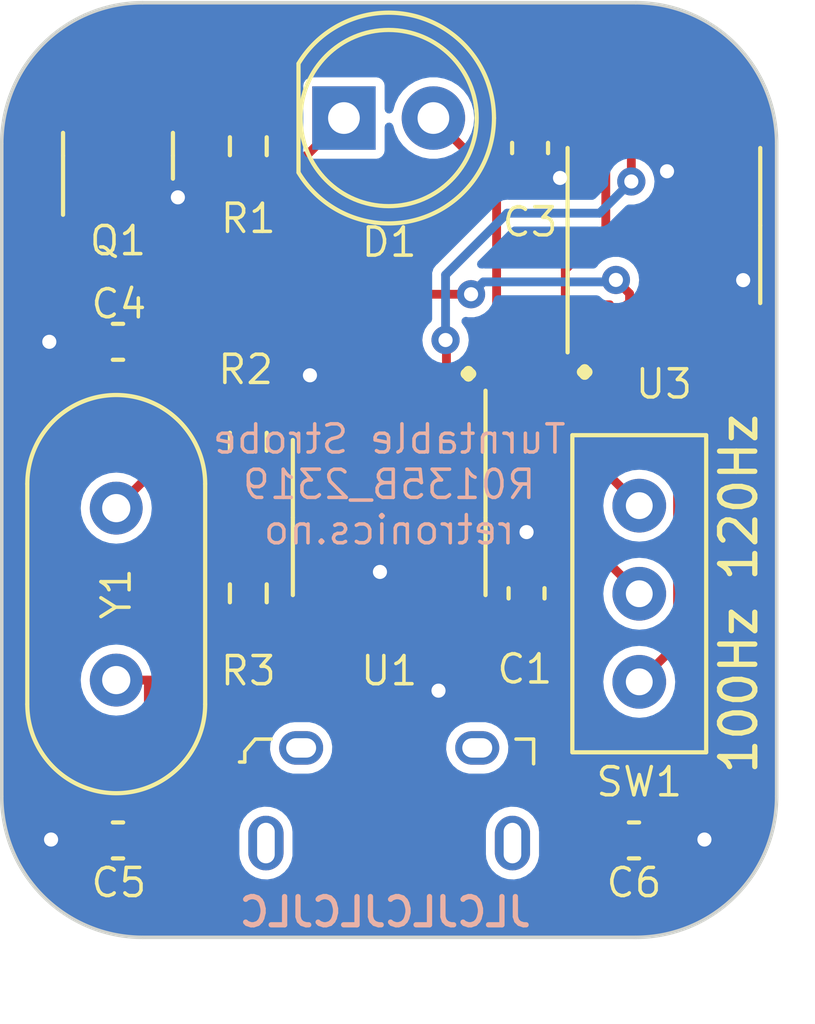
<source format=kicad_pcb>
(kicad_pcb (version 20221018) (generator pcbnew)
  (layers (0 "F.Cu" signal) (31 "B.Cu" signal) (34 "B.Paste" user) (35 "F.Paste" user) (36 "B.SilkS" user "B.Silkscreen") (37 "F.SilkS" user "F.Silkscreen") (38 "B.Mask" user) (39 "F.Mask" user) (44 "Edge.Cuts" user))
  (net 0 "")
  (net 1 "GND")
  (net 2 "+5V")
  (net 3 "Net-(C4-Pad2)")
  (net 4 "Net-(U1-Osc_Out_1)")
  (net 5 "Net-(D1-K)")
  (net 9 "Net-(Q1-G)")
  (net 10 "Net-(U1-Osc_In)")
  (net 11 "Net-(SW1-A)")
  (net 12 "Net-(SW1-B)")
  (net 13 "Net-(SW1-C)")
  (net 15 "Net-(U1-Q13)")
  (net 33 "Net-(Q1-D)")
  (footprint "Resistor_SMD:R_0603_1608Metric_Pad0.98x0.95mm_HandSolder" (layer "F.Cu") (at 89 88.9375 -90)
    (fp_text reference "R2" (at -2.05 0.075 180) (layer "F.SilkS") (effects (font (size 0.8 0.8) (thickness 0.1))))
    (fp_text value "220Ω")
    (fp_line (start -0.254724 -0.5225) (end 0.254724 -0.5225) (stroke (width 0.12)) (layer "F.SilkS"))
    (fp_line (start -0.254724 0.5225) (end 0.254724 0.5225) (stroke (width 0.12)) (layer "F.SilkS"))
    (pad "1" smd roundrect (at -0.9125 0 270) (size 0.975 0.95) (layers "F.Cu" "F.Paste" "F.Mask") (net 10 "Net-(U1-Osc_In)"))
    (pad "2" smd roundrect (at 0.9125 0 270) (size 0.975 0.95) (layers "F.Cu" "F.Paste" "F.Mask") (net 3 "Net-(C4-Pad2)"))
  )
  (footprint "myDevices:Slide_switch_THT_SPDT" (layer "F.Cu") (at 100.1 95.75 90)
    (fp_text reference "SW1" (at -2.84 0 180) (layer "F.SilkS") (effects (font (size 0.8 0.8) (thickness 0.1))))
    (fp_text value "SW_SPDT")
    (fp_line (start -2 -1.9) (end -2 1.9) (stroke (width 0.12)) (layer "F.SilkS"))
    (fp_line (start -2 -1.9) (end 7 -1.9) (stroke (width 0.12)) (layer "F.SilkS"))
    (fp_line (start -2 1.9) (end 7 1.9) (stroke (width 0.12)) (layer "F.SilkS"))
    (fp_line (start 7 -1.9) (end 7 1.9) (stroke (width 0.12)) (layer "F.SilkS"))
    (pad "1" thru_hole circle (at 0 0 90) (size 1.524 1.524) (drill 0.762) (layers "*.Cu" "*.Mask") (net 11 "Net-(SW1-A)"))
    (pad "2" thru_hole circle (at 2.5 0 90) (size 1.524 1.524) (drill 0.762) (layers "*.Cu" "*.Mask") (net 12 "Net-(SW1-B)"))
    (pad "3" thru_hole circle (at 5 0 90) (size 1.524 1.524) (drill 0.762) (layers "*.Cu" "*.Mask") (net 13 "Net-(SW1-C)"))
  )
  (footprint "Crystal:Crystal_HC49-U_Vertical" (layer "F.Cu") (at 85.25 95.7 90)
    (fp_text reference "Y1" (at 2.45 0 90) (layer "F.SilkS") (effects (font (size 0.8 0.8) (thickness 0.1))))
    (fp_text value "4.9152MHz")
    (fp_line (start -0.685 -2.525) (end 5.565 -2.525) (stroke (width 0.12)) (layer "F.SilkS"))
    (fp_line (start -0.685 2.525) (end 5.565 2.525) (stroke (width 0.12)) (layer "F.SilkS"))
    (fp_arc (start -0.685 2.525) (mid -3.21 0) (end -0.685 -2.525) (stroke (width 0.12)) (layer "F.SilkS"))
    (fp_arc (start 5.565 -2.525) (mid 8.09 0) (end 5.565 2.525) (stroke (width 0.12)) (layer "F.SilkS"))
    (pad "1" thru_hole circle locked (at 0 0 90) (size 1.5 1.5) (drill 0.8) (layers "*.Cu" "*.Mask") (net 4 "Net-(U1-Osc_Out_1)"))
    (pad "2" thru_hole circle locked (at 4.88 0 90) (size 1.5 1.5) (drill 0.8) (layers "*.Cu" "*.Mask") (net 3 "Net-(C4-Pad2)"))
  )
  (footprint "Capacitor_SMD:C_0603_1608Metric_Pad1.08x0.95mm_HandSolder" (layer "F.Cu") (at 85.3 100.25)
    (fp_text reference "C5" (at 0.025 1.2) (layer "F.SilkS") (effects (font (size 0.8 0.8) (thickness 0.1))))
    (fp_text value "33pF")
    (fp_line (start -0.146267 -0.51) (end 0.146267 -0.51) (stroke (width 0.12)) (layer "F.SilkS"))
    (fp_line (start -0.146267 0.51) (end 0.146267 0.51) (stroke (width 0.12)) (layer "F.SilkS"))
    (pad "1" smd roundrect (at -0.8625 0) (size 1.075 0.95) (layers "F.Cu" "F.Paste" "F.Mask") (net 1 "GND"))
    (pad "2" smd roundrect (at 0.8625 0) (size 1.075 0.95) (layers "F.Cu" "F.Paste" "F.Mask") (net 4 "Net-(U1-Osc_Out_1)"))
  )
  (footprint "Package_SO:TSSOP-16_4.4x5mm_P0.65mm" (layer "F.Cu") (at 93 91.0875 -90)
    (fp_text reference "U1" (at 4.35 0) (layer "F.SilkS") (effects (font (size 0.8 0.8) (thickness 0.1))))
    (fp_text value "MC74HC4060")
    (fp_line (start 0 -2.735) (end -3.6 -2.735) (stroke (width 0.12)) (layer "F.SilkS"))
    (fp_line (start 0 -2.735) (end 2.2 -2.735) (stroke (width 0.12)) (layer "F.SilkS"))
    (fp_line (start 0 2.735) (end -2.2 2.735) (stroke (width 0.12)) (layer "F.SilkS"))
    (fp_line (start 0 2.735) (end 2.2 2.735) (stroke (width 0.12)) (layer "F.SilkS"))
    (pad "1" smd roundrect (at -2.8625 -2.275 270) (size 1.475 0.4) (layers "F.Cu" "F.Paste" "F.Mask"))
    (pad "2" smd roundrect (at -2.8625 -1.625 270) (size 1.475 0.4) (layers "F.Cu" "F.Paste" "F.Mask") (net 15 "Net-(U1-Q13)"))
    (pad "3" smd roundrect (at -2.8625 -0.975 270) (size 1.475 0.4) (layers "F.Cu" "F.Paste" "F.Mask"))
    (pad "4" smd roundrect (at -2.8625 -0.325 270) (size 1.475 0.4) (layers "F.Cu" "F.Paste" "F.Mask"))
    (pad "5" smd roundrect (at -2.8625 0.325 270) (size 1.475 0.4) (layers "F.Cu" "F.Paste" "F.Mask"))
    (pad "6" smd roundrect (at -2.8625 0.975 270) (size 1.475 0.4) (layers "F.Cu" "F.Paste" "F.Mask"))
    (pad "7" smd roundrect (at -2.8625 1.625 270) (size 1.475 0.4) (layers "F.Cu" "F.Paste" "F.Mask"))
    (pad "8" smd roundrect (at -2.8625 2.275 270) (size 1.475 0.4) (layers "F.Cu" "F.Paste" "F.Mask") (net 1 "GND"))
    (pad "9" smd roundrect (at 2.8625 2.275 270) (size 1.475 0.4) (layers "F.Cu" "F.Paste" "F.Mask"))
    (pad "10" smd roundrect (at 2.8625 1.625 270) (size 1.475 0.4) (layers "F.Cu" "F.Paste" "F.Mask") (net 4 "Net-(U1-Osc_Out_1)"))
    (pad "11" smd roundrect (at 2.8625 0.975 270) (size 1.475 0.4) (layers "F.Cu" "F.Paste" "F.Mask") (net 10 "Net-(U1-Osc_In)"))
    (pad "12" smd roundrect (at 2.8625 0.325 270) (size 1.475 0.4) (layers "F.Cu" "F.Paste" "F.Mask") (net 1 "GND"))
    (pad "13" smd roundrect (at 2.8625 -0.325 270) (size 1.475 0.4) (layers "F.Cu" "F.Paste" "F.Mask"))
    (pad "14" smd roundrect (at 2.8625 -0.975 270) (size 1.475 0.4) (layers "F.Cu" "F.Paste" "F.Mask"))
    (pad "15" smd roundrect (at 2.8625 -1.625 270) (size 1.475 0.4) (layers "F.Cu" "F.Paste" "F.Mask"))
    (pad "16" smd roundrect (at 2.8625 -2.275 270) (size 1.475 0.4) (layers "F.Cu" "F.Paste" "F.Mask") (net 2 "+5V"))
  )
  (footprint "digikey-footprints:USB_Micro_B_Female_10118194-0001LF" (layer "F.Cu") (at 93 97.625)
    (fp_text reference "J1" hide)
    (fp_text value "USB_B_Micro")
    (fp_line (start -4.1 0.1) (end -4.1 0.4) (stroke (width 0.1)) (layer "F.SilkS"))
    (fp_line (start -4.1 0.4) (end -4.25 0.4) (stroke (width 0.1)) (layer "F.SilkS"))
    (fp_line (start -3.8 -0.25) (end -4.1 0.1) (stroke (width 0.1)) (layer "F.SilkS"))
    (fp_line (start -3.35 -0.25) (end -3.8 -0.25) (stroke (width 0.1)) (layer "F.SilkS"))
    (fp_line (start 3.6 -0.25) (end 4.1 -0.25) (stroke (width 0.1)) (layer "F.SilkS"))
    (fp_line (start 4.1 -0.25) (end 4.1 0.45) (stroke (width 0.1)) (layer "F.SilkS"))
    (pad "1" smd rect (at -1.3 0) (size 0.4 1.35) (layers "F.Cu" "F.Paste" "F.Mask") (net 2 "+5V"))
    (pad "2" smd rect (at -0.65 0) (size 0.4 1.35) (layers "F.Cu" "F.Paste" "F.Mask"))
    (pad "3" smd rect (at 0 0) (size 0.4 1.35) (layers "F.Cu" "F.Paste" "F.Mask"))
    (pad "4" smd rect (at 0.65 0) (size 0.4 1.35) (layers "F.Cu" "F.Paste" "F.Mask"))
    (pad "5" smd rect (at 1.3 0) (size 0.4 1.35) (layers "F.Cu" "F.Paste" "F.Mask") (net 1 "GND"))
    (pad "SH" thru_hole oval (at -3.5 2.7) (size 1 1.55) (drill oval 0.5 1.15) (layers "*.Cu" "*.Mask"))
    (pad "SH" thru_hole oval (at -2.5 0) (size 1.25 0.95) (drill oval 0.85 0.55) (layers "*.Cu" "*.Mask"))
    (pad "SH" thru_hole oval (at 2.5 0) (size 1.25 0.95) (drill oval 0.85 0.55) (layers "*.Cu" "*.Mask"))
    (pad "SH" thru_hole oval (at 3.5 2.7) (size 1 1.55) (drill oval 0.5 1.15) (layers "*.Cu" "*.Mask"))
  )
  (footprint "Package_SO:TSSOP-16_4.4x5mm_P0.65mm" (layer "F.Cu") (at 100.8 82.8 90)
    (fp_text reference "U3" (at -4.5 0 180) (layer "F.SilkS") (effects (font (size 0.8 0.8) (thickness 0.1))))
    (fp_text value "CD74HC4017")
    (fp_line (start 0 -2.735) (end -3.6 -2.735) (stroke (width 0.12)) (layer "F.SilkS"))
    (fp_line (start 0 -2.735) (end 2.2 -2.735) (stroke (width 0.12)) (layer "F.SilkS"))
    (fp_line (start 0 2.735) (end -2.2 2.735) (stroke (width 0.12)) (layer "F.SilkS"))
    (fp_line (start 0 2.735) (end 2.2 2.735) (stroke (width 0.12)) (layer "F.SilkS"))
    (pad "1" smd roundrect (at -2.8625 -2.275 90) (size 1.475 0.4) (layers "F.Cu" "F.Paste" "F.Mask") (net 13 "Net-(SW1-C)"))
    (pad "2" smd roundrect (at -2.8625 -1.625 90) (size 1.475 0.4) (layers "F.Cu" "F.Paste" "F.Mask"))
    (pad "3" smd roundrect (at -2.8625 -0.975 90) (size 1.475 0.4) (layers "F.Cu" "F.Paste" "F.Mask") (net 9 "Net-(Q1-G)"))
    (pad "4" smd roundrect (at -2.8625 -0.325 90) (size 1.475 0.4) (layers "F.Cu" "F.Paste" "F.Mask"))
    (pad "5" smd roundrect (at -2.8625 0.325 90) (size 1.475 0.4) (layers "F.Cu" "F.Paste" "F.Mask") (net 11 "Net-(SW1-A)"))
    (pad "6" smd roundrect (at -2.8625 0.975 90) (size 1.475 0.4) (layers "F.Cu" "F.Paste" "F.Mask"))
    (pad "7" smd roundrect (at -2.8625 1.625 90) (size 1.475 0.4) (layers "F.Cu" "F.Paste" "F.Mask"))
    (pad "8" smd roundrect (at -2.8625 2.275 90) (size 1.475 0.4) (layers "F.Cu" "F.Paste" "F.Mask") (net 1 "GND"))
    (pad "9" smd roundrect (at 2.8625 2.275 90) (size 1.475 0.4) (layers "F.Cu" "F.Paste" "F.Mask"))
    (pad "10" smd roundrect (at 2.8625 1.625 90) (size 1.475 0.4) (layers "F.Cu" "F.Paste" "F.Mask"))
    (pad "11" smd roundrect (at 2.8625 0.975 90) (size 1.475 0.4) (layers "F.Cu" "F.Paste" "F.Mask"))
    (pad "12" smd roundrect (at 2.8625 0.325 90) (size 1.475 0.4) (layers "F.Cu" "F.Paste" "F.Mask"))
    (pad "13" smd roundrect (at 2.8625 -0.325 90) (size 1.475 0.4) (layers "F.Cu" "F.Paste" "F.Mask") (net 1 "GND"))
    (pad "14" smd roundrect (at 2.8625 -0.975 90) (size 1.475 0.4) (layers "F.Cu" "F.Paste" "F.Mask") (net 15 "Net-(U1-Q13)"))
    (pad "15" smd roundrect (at 2.8625 -1.625 90) (size 1.475 0.4) (layers "F.Cu" "F.Paste" "F.Mask") (net 12 "Net-(SW1-B)"))
    (pad "16" smd roundrect (at 2.8625 -2.275 90) (size 1.475 0.4) (layers "F.Cu" "F.Paste" "F.Mask") (net 2 "+5V"))
  )
  (footprint "Capacitor_SMD:C_0603_1608Metric_Pad1.08x0.95mm_HandSolder" (layer "F.Cu") (at 96.9 93.2375 -90)
    (fp_text reference "C1" (at 2.15 0.05) (layer "F.SilkS") (effects (font (size 0.8 0.8) (thickness 0.1))))
    (fp_text value "100nF")
    (fp_line (start -0.146267 -0.51) (end 0.146267 -0.51) (stroke (width 0.12)) (layer "F.SilkS"))
    (fp_line (start -0.146267 0.51) (end 0.146267 0.51) (stroke (width 0.12)) (layer "F.SilkS"))
    (pad "1" smd roundrect (at -0.8625 0 270) (size 1.075 0.95) (layers "F.Cu" "F.Paste" "F.Mask") (net 1 "GND"))
    (pad "2" smd roundrect (at 0.8625 0 270) (size 1.075 0.95) (layers "F.Cu" "F.Paste" "F.Mask") (net 2 "+5V"))
  )
  (footprint "LED_THT:LED_D5.0mm" (layer "F.Cu") (at 91.715 79.75)
    (fp_text reference "D1" (at 1.285 3.525 180) (layer "F.SilkS") (effects (font (size 0.8 0.8) (thickness 0.1))))
    (fp_text value "LED")
    (fp_line (start -1.29 -1.545) (end -1.29 1.545) (stroke (width 0.12)) (layer "F.SilkS"))
    (fp_arc (start -1.29 -1.54483) (mid 2.072002 -2.880433) (end 4.26 0.000462) (stroke (width 0.12)) (layer "F.SilkS"))
    (fp_arc (start 4.26 -0.000462) (mid 2.072002 2.880433) (end -1.29 1.54483) (stroke (width 0.12)) (layer "F.SilkS"))
    (fp_circle (center 1.27 0) (end 3.77 0) (stroke (width 0.12)) (fill none) (layer "F.SilkS"))
    (pad "1" thru_hole rect (at 0 0) (size 1.8 1.8) (drill 0.9) (layers "*.Cu" "*.Mask") (net 5 "Net-(D1-K)"))
    (pad "2" thru_hole circle (at 2.54 0) (size 1.8 1.8) (drill 0.9) (layers "*.Cu" "*.Mask") (net 2 "+5V"))
  )
  (footprint "Capacitor_SMD:C_0603_1608Metric_Pad1.08x0.95mm_HandSolder" (layer "F.Cu") (at 99.95 100.25 180)
    (fp_text reference "C6" (at 0 -1.2 180) (layer "F.SilkS") (effects (font (size 0.8 0.8) (thickness 0.1))))
    (fp_text value "10µF")
    (fp_line (start -0.146267 -0.51) (end 0.146267 -0.51) (stroke (width 0.12)) (layer "F.SilkS"))
    (fp_line (start -0.146267 0.51) (end 0.146267 0.51) (stroke (width 0.12)) (layer "F.SilkS"))
    (pad "1" smd roundrect (at -0.8625 0 180) (size 1.075 0.95) (layers "F.Cu" "F.Paste" "F.Mask") (net 1 "GND"))
    (pad "2" smd roundrect (at 0.8625 0 180) (size 1.075 0.95) (layers "F.Cu" "F.Paste" "F.Mask") (net 2 "+5V"))
  )
  (footprint "Resistor_SMD:R_0603_1608Metric_Pad0.98x0.95mm_HandSolder" (layer "F.Cu") (at 89 80.55 90)
    (fp_text reference "R1" (at -2.05 0 180) (layer "F.SilkS") (effects (font (size 0.8 0.8) (thickness 0.1))))
    (fp_text value "47Ω")
    (fp_line (start -0.254724 -0.5225) (end 0.254724 -0.5225) (stroke (width 0.12)) (layer "F.SilkS"))
    (fp_line (start -0.254724 0.5225) (end 0.254724 0.5225) (stroke (width 0.12)) (layer "F.SilkS"))
    (pad "1" smd roundrect (at -0.9125 0 90) (size 0.975 0.95) (layers "F.Cu" "F.Paste" "F.Mask") (net 5 "Net-(D1-K)"))
    (pad "2" smd roundrect (at 0.9125 0 90) (size 0.975 0.95) (layers "F.Cu" "F.Paste" "F.Mask") (net 33 "Net-(Q1-D)"))
  )
  (footprint "Package_TO_SOT_SMD:SOT-23" (layer "F.Cu") (at 85.3 80.82 90)
    (fp_text reference "Q1" (at -2.4125 0 180) (layer "F.SilkS") (effects (font (size 0.8 0.8) (thickness 0.1))))
    (fp_text value "BSS138")
    (fp_line (start 0 -1.56) (end -1.675 -1.56) (stroke (width 0.12)) (layer "F.SilkS"))
    (fp_line (start 0 -1.56) (end 0.65 -1.56) (stroke (width 0.12)) (layer "F.SilkS"))
    (fp_line (start 0 1.56) (end -0.65 1.56) (stroke (width 0.12)) (layer "F.SilkS"))
    (fp_line (start 0 1.56) (end 0.65 1.56) (stroke (width 0.12)) (layer "F.SilkS"))
    (pad "1" smd roundrect (at -0.9375 -0.95 90) (size 1.475 0.6) (layers "F.Cu" "F.Paste" "F.Mask") (net 9 "Net-(Q1-G)"))
    (pad "2" smd roundrect (at -0.9375 0.95 90) (size 1.475 0.6) (layers "F.Cu" "F.Paste" "F.Mask") (net 1 "GND"))
    (pad "3" smd roundrect (at 0.9375 0 90) (size 1.475 0.6) (layers "F.Cu" "F.Paste" "F.Mask") (net 33 "Net-(Q1-D)"))
  )
  (footprint "Capacitor_SMD:C_0603_1608Metric_Pad1.08x0.95mm_HandSolder" (layer "F.Cu") (at 85.3 86.1)
    (fp_text reference "C4" (at 0.025 -1.075) (layer "F.SilkS") (effects (font (size 0.8 0.8) (thickness 0.1))))
    (fp_text value "33pF")
    (fp_line (start -0.146267 -0.51) (end 0.146267 -0.51) (stroke (width 0.12)) (layer "F.SilkS"))
    (fp_line (start -0.146267 0.51) (end 0.146267 0.51) (stroke (width 0.12)) (layer "F.SilkS"))
    (pad "1" smd roundrect (at -0.8625 0) (size 1.075 0.95) (layers "F.Cu" "F.Paste" "F.Mask") (net 1 "GND"))
    (pad "2" smd roundrect (at 0.8625 0) (size 1.075 0.95) (layers "F.Cu" "F.Paste" "F.Mask") (net 3 "Net-(C4-Pad2)"))
  )
  (footprint "Resistor_SMD:R_0603_1608Metric_Pad0.98x0.95mm_HandSolder" (layer "F.Cu") (at 89 93.2375 90)
    (fp_text reference "R3" (at -2.2 0 180) (layer "F.SilkS") (effects (font (size 0.8 0.8) (thickness 0.1))))
    (fp_text value "10MΩ")
    (fp_line (start -0.254724 -0.5225) (end 0.254724 -0.5225) (stroke (width 0.12)) (layer "F.SilkS"))
    (fp_line (start -0.254724 0.5225) (end 0.254724 0.5225) (stroke (width 0.12)) (layer "F.SilkS"))
    (pad "1" smd roundrect (at -0.9125 0 90) (size 0.975 0.95) (layers "F.Cu" "F.Paste" "F.Mask") (net 4 "Net-(U1-Osc_Out_1)"))
    (pad "2" smd roundrect (at 0.9125 0 90) (size 0.975 0.95) (layers "F.Cu" "F.Paste" "F.Mask") (net 10 "Net-(U1-Osc_In)"))
  )
  (footprint "Capacitor_SMD:C_0603_1608Metric_Pad1.08x0.95mm_HandSolder" (layer "F.Cu") (at 97 80.6 90)
    (fp_text reference "C3" (at -2.1 0) (layer "F.SilkS") (effects (font (size 0.8 0.8) (thickness 0.1))))
    (fp_text value "100nF")
    (fp_line (start -0.146267 -0.51) (end 0.146267 -0.51) (stroke (width 0.12)) (layer "F.SilkS"))
    (fp_line (start -0.146267 0.51) (end 0.146267 0.51) (stroke (width 0.12)) (layer "F.SilkS"))
    (pad "1" smd roundrect (at -0.8625 0 90) (size 1.075 0.95) (layers "F.Cu" "F.Paste" "F.Mask") (net 1 "GND"))
    (pad "2" smd roundrect (at 0.8625 0 90) (size 1.075 0.95) (layers "F.Cu" "F.Paste" "F.Mask") (net 2 "+5V"))
  )
  (gr_arc (start 82 80.478427) (mid 83.171563 77.649982) (end 86 76.478427) (stroke (width 0.1)) (layer "Edge.Cuts"))
  (gr_line (start 100 103) (end 86 103) (stroke (width 0.1)) (layer "Edge.Cuts"))
  (gr_line (start 86 76.478427) (end 100 76.478427) (stroke (width 0.1)) (layer "Edge.Cuts"))
  (gr_line (start 104 80.478427) (end 104 99) (stroke (width 0.1)) (layer "Edge.Cuts"))
  (gr_line (start 82 99) (end 82 80.478427) (stroke (width 0.1)) (layer "Edge.Cuts"))
  (gr_arc (start 104 99) (mid 102.828427 101.828427) (end 100 103) (stroke (width 0.1)) (layer "Edge.Cuts"))
  (gr_arc (start 86 103) (mid 83.171573 101.828427) (end 82 99) (stroke (width 0.1)) (layer "Edge.Cuts"))
  (gr_arc (start 100 76.478427) (mid 102.828418 77.650002) (end 104 80.478427) (stroke (width 0.1)) (layer "Edge.Cuts"))
  (gr_text "JLCJLCJLCJLC" (at 97.1 102.75) (layer "B.SilkS") (effects (font (size 0.8 0.8)) (justify left bottom mirror)))
  (gr_text "Turntable Strobe\nR0135B_2319\nretronics.no\n" (at 93 90.15) (layer "B.SilkS") (effects (font (size 0.8 0.8) (thickness 0.1)) (justify mirror)))
  (gr_text "." (at 95.25 86.4) (layer "F.SilkS") (effects (font (size 1.5 1.5) (thickness 0.3))))
  (gr_text "100Hz 120Hz" (at 102.925 93.25 90) (layer "F.SilkS") (effects (font (size 1 1))))
  (gr_text "." (at 98.55 86.35) (layer "F.SilkS") (effects (font (size 1.5 1.5) (thickness 0.3))))
  (segment (start 97.8375 81.4625) (end 97.85 81.45) (width 0.25) (layer "F.Cu") (net 1))
  (segment (start 100.475 80.8481) (end 100.475 79.9375) (width 0.25) (layer "F.Cu") (net 1))
  (segment (start 97 81.4625) (end 97.8375 81.4625) (width 0.25) (layer "F.Cu") (net 1))
  (segment (start 94.3 97.425) (end 94.3 96.1) (width 0.25) (layer "F.Cu") (net 1))
  (segment (start 100.8125 100.25) (end 101.925 100.25) (width 0.25) (layer "F.Cu") (net 1))
  (segment (start 96.9 92.375) (end 96.9 91.5) (width 0.25) (layer "F.Cu") (net 1))
  (segment (start 90.75 87.05) (end 90.75 88.2) (width 0.25) (layer "F.Cu") (net 1))
  (segment (start 94.3 96.1) (end 94.4 96) (width 0.25) (layer "F.Cu") (net 1))
  (segment (start 84.4375 100.25) (end 83.425 100.25) (width 0.25) (layer "F.Cu") (net 1))
  (segment (start 83.425 100.25) (end 83.4 100.225) (width 0.25) (layer "F.Cu") (net 1))
  (segment (start 92.675 93.95) (end 92.675 92.692964) (width 0.25) (layer "F.Cu") (net 1))
  (segment (start 103.075 84.375) (end 103.05 84.35) (width 0.25) (layer "F.Cu") (net 1))
  (segment (start 92.675 92.692964) (end 92.737388 92.630576) (width 0.25) (layer "F.Cu") (net 1))
  (segment (start 101.925 100.25) (end 101.95 100.225) (width 0.25) (layer "F.Cu") (net 1))
  (segment (start 90.75 88.2) (end 90.725 88.225) (width 0.25) (layer "F.Cu") (net 1))
  (segment (start 100.887817 81.260917) (end 100.475 80.8481) (width 0.25) (layer "F.Cu") (net 1))
  (segment (start 103.075 85.6625) (end 103.075 84.375) (width 0.25) (layer "F.Cu") (net 1))
  (segment (start 84.4375 86.1) (end 83.35 86.1) (width 0.25) (layer "F.Cu") (net 1))
  (segment (start 87 82) (end 86.7575 81.7575) (width 0.25) (layer "F.Cu") (net 1))
  (segment (start 86.7575 81.7575) (end 86.25 81.7575) (width 0.25) (layer "F.Cu") (net 1))
  (via (at 90.75 87.05) (size 0.8) (drill 0.4) (layers "F.Cu" "B.Cu") (net 1))
  (via (at 100.887817 81.260917) (size 0.8) (drill 0.4) (layers "F.Cu" "B.Cu") (net 1))
  (via (at 101.95 100.225) (size 0.8) (drill 0.4) (layers "F.Cu" "B.Cu") (net 1))
  (via (at 87 82) (size 0.8) (drill 0.4) (layers "F.Cu" "B.Cu") (net 1))
  (via (at 103.05 84.35) (size 0.8) (drill 0.4) (layers "F.Cu" "B.Cu") (net 1))
  (via (at 94.4 96) (size 0.8) (drill 0.4) (layers "F.Cu" "B.Cu") (net 1))
  (via (at 83.35 86.1) (size 0.8) (drill 0.4) (layers "F.Cu" "B.Cu") (net 1))
  (via (at 83.4 100.225) (size 0.8) (drill 0.4) (layers "F.Cu" "B.Cu") (net 1))
  (via (at 96.9 91.5) (size 0.8) (drill 0.4) (layers "F.Cu" "B.Cu") (net 1))
  (via (at 97.85 81.45) (size 0.8) (drill 0.4) (layers "F.Cu" "B.Cu") (net 1))
  (via (at 92.737388 92.630576) (size 0.8) (drill 0.4) (layers "F.Cu" "B.Cu") (net 1))
  (segment (start 91.7 97.425) (end 91.7 98.35) (width 0.25) (layer "F.Cu") (net 2))
  (segment (start 98.45 100.25) (end 99.0875 100.25) (width 0.25) (layer "F.Cu") (net 2))
  (segment (start 97.15 79.7375) (end 98.325 79.7375) (width 0.25) (layer "F.Cu") (net 2))
  (segment (start 96.9 94.1) (end 96.9 98.7) (width 0.25) (layer "F.Cu") (net 2))
  (segment (start 91.7 98.35) (end 92.05 98.7) (width 0.25) (layer "F.Cu") (net 2))
  (segment (start 98.325 79.7375) (end 98.525 79.9375) (width 0.25) (layer "F.Cu") (net 2))
  (segment (start 96.05 94.1) (end 96.05 82.1) (width 0.25) (layer "F.Cu") (net 2))
  (segment (start 96.9 98.7) (end 98.45 100.25) (width 0.25) (layer "F.Cu") (net 2))
  (segment (start 95.425 94.1) (end 95.275 93.95) (width 0.25) (layer "F.Cu") (net 2))
  (segment (start 96.05 80.8375) (end 97.15 79.7375) (width 0.25) (layer "F.Cu") (net 2))
  (segment (start 96.9 94.1) (end 96.05 94.1) (width 0.25) (layer "F.Cu") (net 2))
  (segment (start 92.05 98.7) (end 96.9 98.7) (width 0.25) (layer "F.Cu") (net 2))
  (segment (start 96.05 82.1) (end 96.05 80.8375) (width 0.25) (layer "F.Cu") (net 2))
  (segment (start 96.05 94.1) (end 95.425 94.1) (width 0.25) (layer "F.Cu") (net 2))
  (segment (start 96.05 80.8375) (end 95.3425 80.8375) (width 0.25) (layer "F.Cu") (net 2))
  (segment (start 95.3425 80.8375) (end 94.255 79.75) (width 0.25) (layer "F.Cu") (net 2))
  (segment (start 86.22 89.85) (end 86.22 86.1575) (width 0.25) (layer "F.Cu") (net 3))
  (segment (start 86.22 86.1575) (end 86.1625 86.1) (width 0.25) (layer "F.Cu") (net 3))
  (segment (start 86.22 89.85) (end 85.25 90.82) (width 0.25) (layer "F.Cu") (net 3))
  (segment (start 89 89.85) (end 86.22 89.85) (width 0.25) (layer "F.Cu") (net 3))
  (segment (start 89 95.6) (end 88.9 95.7) (width 0.25) (layer "F.Cu") (net 4))
  (segment (start 91.375 94.638541) (end 90.313541 95.7) (width 0.25) (layer "F.Cu") (net 4))
  (segment (start 90.313541 95.7) (end 88.9 95.7) (width 0.25) (layer "F.Cu") (net 4))
  (segment (start 86.1625 95.7375) (end 86.125 95.7) (width 0.25) (layer "F.Cu") (net 4))
  (segment (start 89 94.15) (end 89 95.6) (width 0.25) (layer "F.Cu") (net 4))
  (segment (start 88.9 95.7) (end 86.125 95.7) (width 0.25) (layer "F.Cu") (net 4))
  (segment (start 86.125 95.7) (end 85.25 95.7) (width 0.25) (layer "F.Cu") (net 4))
  (segment (start 91.375 93.95) (end 91.375 94.638541) (width 0.25) (layer "F.Cu") (net 4))
  (segment (start 86.1625 100.25) (end 86.1625 95.7375) (width 0.25) (layer "F.Cu") (net 4))
  (segment (start 89 81.4625) (end 90.0025 81.4625) (width 0.25) (layer "F.Cu") (net 5))
  (segment (start 90.0025 81.4625) (end 91.715 79.75) (width 0.25) (layer "F.Cu") (net 5))
  (segment (start 84.35 81.7575) (end 87.3425 84.75) (width 0.25) (layer "F.Cu") (net 9))
  (segment (start 99.825 84.732502) (end 99.825 85.6625) (width 0.25) (layer "F.Cu") (net 9))
  (segment (start 87.3425 84.75) (end 95.3245 84.75) (width 0.25) (layer "F.Cu") (net 9))
  (segment (start 99.437019 84.344521) (end 99.825 84.732502) (width 0.25) (layer "F.Cu") (net 9))
  (via (at 99.437019 84.344521) (size 0.8) (drill 0.4) (layers "F.Cu" "B.Cu") (net 9))
  (via (at 95.3245 84.75) (size 0.8) (drill 0.4) (layers "F.Cu" "B.Cu") (net 9))
  (segment (start 95.3245 84.75) (end 95.6745 84.4) (width 0.25) (layer "B.Cu") (net 9))
  (segment (start 95.6745 84.4) (end 99.38154 84.4) (width 0.25) (layer "B.Cu") (net 9))
  (segment (start 99.38154 84.4) (end 99.437019 84.344521) (width 0.25) (layer "B.Cu") (net 9))
  (segment (start 92.025 92.7625) (end 91.5 92.2375) (width 0.25) (layer "F.Cu") (net 10))
  (segment (start 92.025 93.95) (end 92.025 92.7625) (width 0.25) (layer "F.Cu") (net 10))
  (segment (start 90.2 89.225) (end 90.2 92.2375) (width 0.25) (layer "F.Cu") (net 10))
  (segment (start 90.2 92.2375) (end 89.0875 92.2375) (width 0.25) (layer "F.Cu") (net 10))
  (segment (start 89 88.025) (end 90.2 89.225) (width 0.25) (layer "F.Cu") (net 10))
  (segment (start 91.5 92.2375) (end 90.2 92.2375) (width 0.25) (layer "F.Cu") (net 10))
  (segment (start 101.187 85.7245) (end 101.125 85.6625) (width 0.25) (layer "F.Cu") (net 11))
  (segment (start 100.1 95.75) (end 101.187 94.663) (width 0.25) (layer "F.Cu") (net 11))
  (segment (start 101.187 94.663) (end 101.187 85.7245) (width 0.25) (layer "F.Cu") (net 11))
  (segment (start 98 91.15) (end 98 84.05) (width 0.25) (layer "F.Cu") (net 12))
  (segment (start 99.15 79.9625) (end 99.175 79.9375) (width 0.25) (layer "F.Cu") (net 12))
  (segment (start 98 84.05) (end 99.15 82.9) (width 0.25) (layer "F.Cu") (net 12))
  (segment (start 99.15 82.9) (end 99.15 79.9625) (width 0.25) (layer "F.Cu") (net 12))
  (segment (start 100.1 93.25) (end 98 91.15) (width 0.25) (layer "F.Cu") (net 12))
  (segment (start 98.525 85.6625) (end 98.525 89.175) (width 0.25) (layer "F.Cu") (net 13))
  (segment (start 98.525 89.175) (end 100.1 90.75) (width 0.25) (layer "F.Cu") (net 13))
  (segment (start 99.8745 81.55) (end 99.8745 79.987) (width 0.25) (layer "F.Cu") (net 15))
  (segment (start 94.625 88.225) (end 94.625 86.075) (width 0.25) (layer "F.Cu") (net 15))
  (segment (start 99.8745 79.987) (end 99.825 79.9375) (width 0.25) (layer "F.Cu") (net 15))
  (segment (start 94.625 86.075) (end 94.6 86.05) (width 0.25) (layer "F.Cu") (net 15))
  (via (at 94.6 86.05) (size 0.8) (drill 0.4) (layers "F.Cu" "B.Cu") (net 15))
  (via (at 99.8745 81.55) (size 0.8) (drill 0.4) (layers "F.Cu" "B.Cu") (net 15))
  (segment (start 98.9745 82.45) (end 99.8745 81.55) (width 0.25) (layer "B.Cu") (net 15))
  (segment (start 94.6 86.05) (end 94.6 84.2) (width 0.25) (layer "B.Cu") (net 15))
  (segment (start 94.6 84.2) (end 96.35 82.45) (width 0.25) (layer "B.Cu") (net 15))
  (segment (start 96.35 82.45) (end 98.9745 82.45) (width 0.25) (layer "B.Cu") (net 15))
  (segment (start 88.755 79.8825) (end 89 79.6375) (width 0.25) (layer "F.Cu") (net 33))
  (segment (start 85.3 79.8825) (end 88.755 79.8825) (width 0.25) (layer "F.Cu") (net 33))
  (zone (net 1) (net_name "GND") (layer "B.Cu") (connect_pads (clearance 0.254)) (min_thickness 0.254) (fill yes (thermal_gap 0.508) (thermal_bridge_width 0.508))
    (polygon (pts (xy 104 103) (xy 82 103) (xy 82 76.4) (xy 104 76.4)))
  )
)
</source>
